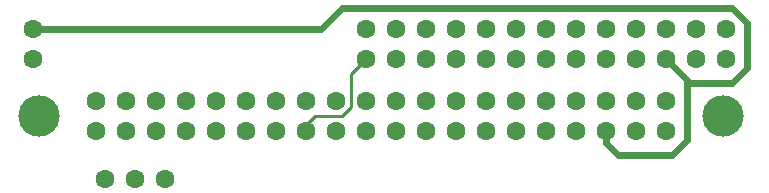
<source format=gbr>
G04 #@! TF.FileFunction,Copper,L2,Bot,Signal*
%FSLAX46Y46*%
G04 Gerber Fmt 4.6, Leading zero omitted, Abs format (unit mm)*
G04 Created by KiCad (PCBNEW 4.0.5+dfsg1-4) date Wed Jul 11 10:22:54 2018*
%MOMM*%
%LPD*%
G01*
G04 APERTURE LIST*
%ADD10C,0.100000*%
%ADD11C,1.600000*%
%ADD12C,3.500000*%
%ADD13C,0.580000*%
%ADD14C,0.250000*%
G04 APERTURE END LIST*
D10*
D11*
X149860000Y-103632000D03*
X149860000Y-106172000D03*
X152400000Y-103632000D03*
X154940000Y-103632000D03*
X157480000Y-103632000D03*
X160020000Y-103632000D03*
X162560000Y-103632000D03*
X165100000Y-103632000D03*
X167640000Y-103632000D03*
X170180000Y-103632000D03*
X172720000Y-103632000D03*
X152400000Y-106172000D03*
X154940000Y-106172000D03*
X157480000Y-106172000D03*
X160020000Y-106172000D03*
X162560000Y-106172000D03*
X165100000Y-106172000D03*
X167640000Y-106172000D03*
X170180000Y-106172000D03*
X172720000Y-106172000D03*
X147320000Y-103632000D03*
X147320000Y-106172000D03*
X144780000Y-103632000D03*
X144780000Y-106172000D03*
X142240000Y-103632000D03*
X142240000Y-106172000D03*
X139700000Y-103632000D03*
X139700000Y-106172000D03*
X137160000Y-103632000D03*
X137160000Y-106172000D03*
X134620000Y-103632000D03*
X134620000Y-106172000D03*
X132080000Y-103632000D03*
X132080000Y-106172000D03*
X129540000Y-103632000D03*
X129540000Y-106172000D03*
X127000000Y-103632000D03*
X127000000Y-106172000D03*
X124460000Y-103632000D03*
X124460000Y-106172000D03*
X154940000Y-97536000D03*
X154940000Y-100076000D03*
X157480000Y-97536000D03*
X160020000Y-97536000D03*
X162560000Y-97536000D03*
X165100000Y-97536000D03*
X167640000Y-97536000D03*
X170180000Y-97536000D03*
X172720000Y-97536000D03*
X175260000Y-97536000D03*
X177800000Y-97536000D03*
X157480000Y-100076000D03*
X160020000Y-100076000D03*
X162560000Y-100076000D03*
X165100000Y-100076000D03*
X167640000Y-100076000D03*
X170180000Y-100076000D03*
X172720000Y-100076000D03*
X175260000Y-100076000D03*
X177800000Y-100076000D03*
X152400000Y-97536000D03*
X152400000Y-100076000D03*
X149860000Y-97536000D03*
X149860000Y-100076000D03*
X147320000Y-97536000D03*
X147320000Y-100076000D03*
D12*
X177546000Y-104902000D03*
X119634000Y-104902000D03*
D11*
X119126000Y-97536000D03*
X119126000Y-100076000D03*
X130302000Y-110236000D03*
X127762000Y-110236000D03*
X125222000Y-110236000D03*
D13*
X119126000Y-97536000D02*
X143510000Y-97536000D01*
X174752000Y-102108000D02*
X174498000Y-101854000D01*
X178308000Y-102108000D02*
X174752000Y-102108000D01*
X179578000Y-100838000D02*
X178308000Y-102108000D01*
X179578000Y-97028000D02*
X179578000Y-100838000D01*
X178308000Y-95758000D02*
X179578000Y-97028000D01*
X145288000Y-95758000D02*
X178308000Y-95758000D01*
X143510000Y-97536000D02*
X145288000Y-95758000D01*
X167640000Y-106172000D02*
X167640000Y-107188000D01*
X174498000Y-106934000D02*
X174498000Y-101854000D01*
X173228000Y-108204000D02*
X174498000Y-106934000D01*
X168656000Y-108204000D02*
X173228000Y-108204000D01*
X167640000Y-107188000D02*
X168656000Y-108204000D01*
X174498000Y-101854000D02*
X172720000Y-100076000D01*
D14*
X142240000Y-106172000D02*
X142240000Y-105664000D01*
X142240000Y-105664000D02*
X143002000Y-104902000D01*
X143002000Y-104902000D02*
X145288000Y-104902000D01*
X145288000Y-104902000D02*
X146050000Y-104140000D01*
X146050000Y-104140000D02*
X146050000Y-101346000D01*
X146050000Y-101346000D02*
X147320000Y-100076000D01*
M02*

</source>
